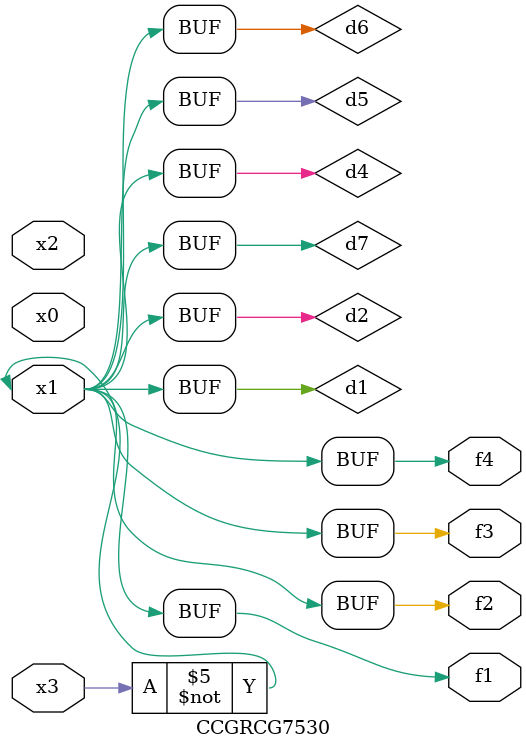
<source format=v>
module CCGRCG7530(
	input x0, x1, x2, x3,
	output f1, f2, f3, f4
);

	wire d1, d2, d3, d4, d5, d6, d7;

	not (d1, x3);
	buf (d2, x1);
	xnor (d3, d1, d2);
	nor (d4, d1);
	buf (d5, d1, d2);
	buf (d6, d4, d5);
	nand (d7, d4);
	assign f1 = d6;
	assign f2 = d7;
	assign f3 = d6;
	assign f4 = d6;
endmodule

</source>
